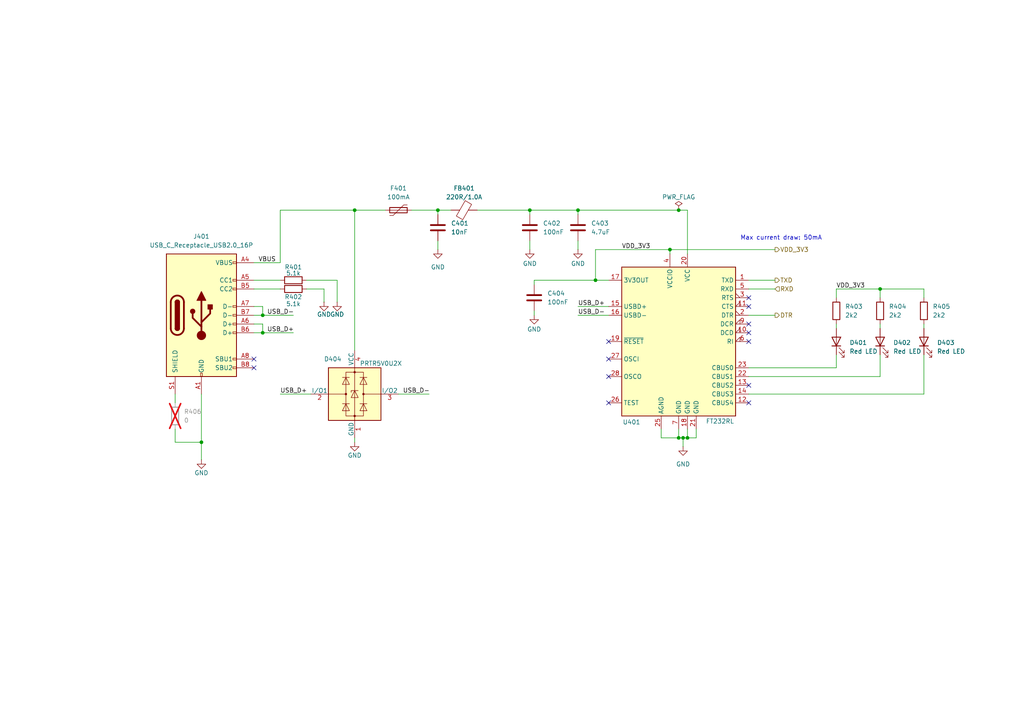
<source format=kicad_sch>
(kicad_sch (version 20231120) (generator "eeschema") (generator_version "8.0")
  (paper "A4")
  (title_block (title "FT232 UART Interface"))
  (lib_symbols
    (symbol "Connector:USB_C_Receptacle_USB2.0_16P" (pin_names (offset 1.016))
      (property "Reference" "J" (at 0 22.225 0))
      (property "Value" "USB_C_Receptacle_USB2.0_16P" (at 0 19.685 0))
      (symbol "USB_C_Receptacle_USB2.0_16P_0_0"
        (rectangle (start -0.254 -17.78) (end 0.254 -16.764))
        (rectangle (start 10.16 -14.986) (end 9.144 -15.494))
        (rectangle (start 10.16 -12.446) (end 9.144 -12.954))
        (rectangle (start 10.16 -4.826) (end 9.144 -5.334))
        (rectangle (start 10.16 -2.286) (end 9.144 -2.794))
        (rectangle (start 10.16 0.254) (end 9.144 -0.254))
        (rectangle (start 10.16 2.794) (end 9.144 2.286))
        (rectangle (start 10.16 7.874) (end 9.144 7.366))
        (rectangle (start 10.16 10.414) (end 9.144 9.906))
        (rectangle (start 10.16 15.494) (end 9.144 14.986))
      )
      (symbol "USB_C_Receptacle_USB2.0_16P_0_1"
        (rectangle (start -10.16 17.78) (end 10.16 -17.78) (stroke (width 0.254)) (fill (type background)))
        (arc (start -8.89 -3.81) (mid -6.985 -5.7067) (end -5.08 -3.81) (stroke (width 0.508)))
        (arc (start -7.62 -3.81) (mid -6.985 -4.4423) (end -6.35 -3.81) (stroke (width 0.254)))
        (arc (start -7.62 -3.81) (mid -6.985 -4.4423) (end -6.35 -3.81) (stroke (width 0.254)) (fill (type outline)))
        (rectangle (start -7.62 -3.81) (end -6.35 3.81) (stroke (width 0.254)) (fill (type outline)))
        (arc (start -6.35 3.81) (mid -6.985 4.4423) (end -7.62 3.81) (stroke (width 0.254)))
        (arc (start -6.35 3.81) (mid -6.985 4.4423) (end -7.62 3.81) (stroke (width 0.254)) (fill (type outline)))
        (arc (start -5.08 3.81) (mid -6.985 5.7067) (end -8.89 3.81) (stroke (width 0.508)))
        (circle (center -2.54 1.143) (radius 0.635) (stroke (width 0.254)) (fill (type outline)))
        (circle (center 0 -5.842) (radius 1.27) (fill (type outline)))
        (polyline (pts (xy -8.89 -3.81) (xy -8.89 3.81)) (stroke (width 0.508)))
        (polyline (pts (xy -5.08 3.81) (xy -5.08 -3.81)) (stroke (width 0.508)))
        (polyline (pts (xy 0 -5.842) (xy 0 4.318)) (stroke (width 0.508)))
        (polyline (pts (xy 0 -3.302) (xy -2.54 -0.762) (xy -2.54 0.508)) (stroke (width 0.508)))
        (polyline (pts (xy 0 -2.032) (xy 2.54 0.508) (xy 2.54 1.778)) (stroke (width 0.508)))
        (polyline (pts (xy -1.27 4.318) (xy 0 6.858) (xy 1.27 4.318) (xy -1.27 4.318)) (stroke (width 0.254)) (fill (type outline)))
        (rectangle (start 1.905 1.778) (end 3.175 3.048) (stroke (width 0.254)) (fill (type outline)))
      )
      (symbol "USB_C_Receptacle_USB2.0_16P_1_1"
        (pin passive line (at 0 -22.86 90) (length 5.08) (name "GND") (number "A1"))
        (pin passive line (at 0 -22.86 90) (length 5.08) hide (name "GND") (number "A12"))
        (pin passive line (at 15.24 15.24 180) (length 5.08) (name "VBUS") (number "A4"))
        (pin bidirectional line (at 15.24 10.16 180) (length 5.08) (name "CC1") (number "A5"))
        (pin bidirectional line (at 15.24 -2.54 180) (length 5.08) (name "D+") (number "A6"))
        (pin bidirectional line (at 15.24 2.54 180) (length 5.08) (name "D-") (number "A7"))
        (pin bidirectional line (at 15.24 -12.7 180) (length 5.08) (name "SBU1") (number "A8"))
        (pin passive line (at 15.24 15.24 180) (length 5.08) hide (name "VBUS") (number "A9"))
        (pin passive line (at 0 -22.86 90) (length 5.08) hide (name "GND") (number "B1"))
        (pin passive line (at 0 -22.86 90) (length 5.08) hide (name "GND") (number "B12"))
        (pin passive line (at 15.24 15.24 180) (length 5.08) hide (name "VBUS") (number "B4"))
        (pin bidirectional line (at 15.24 7.62 180) (length 5.08) (name "CC2") (number "B5"))
        (pin bidirectional line (at 15.24 -5.08 180) (length 5.08) (name "D+") (number "B6"))
        (pin bidirectional line (at 15.24 0 180) (length 5.08) (name "D-") (number "B7"))
        (pin bidirectional line (at 15.24 -15.24 180) (length 5.08) (name "SBU2") (number "B8"))
        (pin passive line (at 15.24 15.24 180) (length 5.08) hide (name "VBUS") (number "B9"))
        (pin passive line (at -7.62 -22.86 90) (length 5.08) (name "SHIELD") (number "S1"))
      )
    )
    (symbol "Device:C" (pin_numbers hide) (pin_names (offset 0.254))
      (property "Reference" "C" (at 0.635 2.54 0))
      (property "Value" "C" (at 0.635 -2.54 0))
      (symbol "C_0_1"
        (polyline (pts (xy -2.032 -0.762) (xy 2.032 -0.762)) (stroke (width 0.508)))
        (polyline (pts (xy -2.032 0.762) (xy 2.032 0.762)) (stroke (width 0.508)))
      )
      (symbol "C_1_1"
        (pin passive line (at 0 3.81 270) (length 2.794) (name "~") (number "1"))
        (pin passive line (at 0 -3.81 90) (length 2.794) (name "~") (number "2"))
      )
    )
    (symbol "Device:FerriteBead" (pin_numbers hide) (pin_names (offset 0))
      (property "Reference" "FB" (at -3.81 0.635 90))
      (property "Value" "FerriteBead" (at 3.81 0 90))
      (symbol "FerriteBead_0_1"
        (polyline (pts (xy 0 -1.27) (xy 0 -1.2192)))
        (polyline (pts (xy 0 1.27) (xy 0 1.2954)))
        (polyline (pts (xy -2.7686 0.4064) (xy -1.7018 2.2606) (xy 2.7686 -0.3048) (xy 1.6764 -2.159) (xy -2.7686 0.4064)))
      )
      (symbol "FerriteBead_1_1"
        (pin passive line (at 0 3.81 270) (length 2.54) (name "~") (number "1"))
        (pin passive line (at 0 -3.81 90) (length 2.54) (name "~") (number "2"))
      )
    )
    (symbol "Device:LED" (pin_numbers hide) (pin_names (offset 1.016) hide)
      (property "Reference" "D" (at 0 2.54 0))
      (property "Value" "LED" (at 0 -2.54 0))
      (symbol "LED_0_1"
        (polyline (pts (xy -1.27 -1.27) (xy -1.27 1.27)) (stroke (width 0.254)))
        (polyline (pts (xy -1.27 0) (xy 1.27 0)))
        (polyline (pts (xy 1.27 -1.27) (xy 1.27 1.27) (xy -1.27 0) (xy 1.27 -1.27)) (stroke (width 0.254)))
        (polyline (pts (xy -3.048 -0.762) (xy -4.572 -2.286) (xy -3.81 -2.286) (xy -4.572 -2.286) (xy -4.572 -1.524)))
        (polyline (pts (xy -1.778 -0.762) (xy -3.302 -2.286) (xy -2.54 -2.286) (xy -3.302 -2.286) (xy -3.302 -1.524)))
      )
      (symbol "LED_1_1"
        (pin passive line (at -3.81 0 0) (length 2.54) (name "K") (number "1"))
        (pin passive line (at 3.81 0 180) (length 2.54) (name "A") (number "2"))
      )
    )
    (symbol "Device:Polyfuse" (pin_numbers hide) (pin_names (offset 0))
      (property "Reference" "F" (at -2.54 0 90))
      (property "Value" "Polyfuse" (at 2.54 0 90))
      (symbol "Polyfuse_0_1"
        (rectangle (start -0.762 2.54) (end 0.762 -2.54) (stroke (width 0.254)))
        (polyline (pts (xy 0 2.54) (xy 0 -2.54)))
        (polyline (pts (xy -1.524 2.54) (xy -1.524 1.524) (xy 1.524 -1.524) (xy 1.524 -2.54)))
      )
      (symbol "Polyfuse_1_1"
        (pin passive line (at 0 3.81 270) (length 1.27) (name "~") (number "1"))
        (pin passive line (at 0 -3.81 90) (length 1.27) (name "~") (number "2"))
      )
    )
    (symbol "Device:R" (pin_numbers hide) (pin_names (offset 0))
      (property "Reference" "R" (at 2.032 0 90))
      (property "Value" "R" (at 0 0 90))
      (symbol "R_0_1"
        (rectangle (start -1.016 -2.54) (end 1.016 2.54) (stroke (width 0.254)))
      )
      (symbol "R_1_1"
        (pin passive line (at 0 3.81 270) (length 1.27) (name "~") (number "1"))
        (pin passive line (at 0 -3.81 90) (length 1.27) (name "~") (number "2"))
      )
    )
    (symbol "Interface_USB:FT232RL"
      (property "Reference" "U" (at -16.51 22.86 0))
      (property "Value" "FT232RL" (at 10.16 22.86 0))
      (symbol "FT232RL_0_1"
        (rectangle (start -16.51 21.59) (end 16.51 -21.59) (stroke (width 0.254)) (fill (type background)))
      )
      (symbol "FT232RL_1_1"
        (pin output line (at 20.32 17.78 180) (length 3.81) (name "TXD") (number "1"))
        (pin input input_low (at 20.32 2.54 180) (length 3.81) (name "DCD") (number "10"))
        (pin input input_low (at 20.32 10.16 180) (length 3.81) (name "CTS") (number "11"))
        (pin bidirectional line (at 20.32 -17.78 180) (length 3.81) (name "CBUS4") (number "12"))
        (pin bidirectional line (at 20.32 -12.7 180) (length 3.81) (name "CBUS2") (number "13"))
        (pin bidirectional line (at 20.32 -15.24 180) (length 3.81) (name "CBUS3") (number "14"))
        (pin bidirectional line (at -20.32 10.16 0) (length 3.81) (name "USBD+") (number "15"))
        (pin bidirectional line (at -20.32 7.62 0) (length 3.81) (name "USBD-") (number "16"))
        (pin power_out line (at -20.32 17.78 0) (length 3.81) (name "3V3OUT") (number "17"))
        (pin power_in line (at 2.54 -25.4 90) (length 3.81) (name "GND") (number "18"))
        (pin input line (at -20.32 0 0) (length 3.81) (name "~{RESET}") (number "19"))
        (pin output output_low (at 20.32 7.62 180) (length 3.81) (name "DTR") (number "2"))
        (pin power_in line (at 2.54 25.4 270) (length 3.81) (name "VCC") (number "20"))
        (pin power_in line (at 5.08 -25.4 90) (length 3.81) (name "GND") (number "21"))
        (pin bidirectional line (at 20.32 -10.16 180) (length 3.81) (name "CBUS1") (number "22"))
        (pin bidirectional line (at 20.32 -7.62 180) (length 3.81) (name "CBUS0") (number "23"))
        (pin power_in line (at -5.08 -25.4 90) (length 3.81) (name "AGND") (number "25"))
        (pin input line (at -20.32 -17.78 0) (length 3.81) (name "TEST") (number "26"))
        (pin input line (at -20.32 -5.08 0) (length 3.81) (name "OSCI") (number "27"))
        (pin output line (at -20.32 -10.16 0) (length 3.81) (name "OSCO") (number "28"))
        (pin output output_low (at 20.32 12.7 180) (length 3.81) (name "RTS") (number "3"))
        (pin power_in line (at -2.54 25.4 270) (length 3.81) (name "VCCIO") (number "4"))
        (pin input line (at 20.32 15.24 180) (length 3.81) (name "RXD") (number "5"))
        (pin input input_low (at 20.32 0 180) (length 3.81) (name "RI") (number "6"))
        (pin power_in line (at 0 -25.4 90) (length 3.81) (name "GND") (number "7"))
        (pin input input_low (at 20.32 5.08 180) (length 3.81) (name "DCR") (number "9"))
      )
    )
    (symbol "Power_Protection:PRTR5V0U2X" (pin_names (offset 0))
      (property "Reference" "D" (at 2.794 8.636 0))
      (property "Value" "PRTR5V0U2X" (at 8.128 -9.398 0))
      (symbol "PRTR5V0U2X_0_1"
        (rectangle (start -7.62 -7.62) (end 7.62 7.62) (stroke (width 0.254)) (fill (type background)))
        (circle (center -2.54 0) (radius 0.254) (fill (type outline)))
        (rectangle (start -2.54 6.35) (end 2.54 -6.35))
        (circle (center 0 -6.35) (radius 0.254) (fill (type outline)))
        (polyline (pts (xy -2.54 0) (xy -7.62 0)))
        (polyline (pts (xy -1.524 -2.794) (xy -3.556 -2.794)))
        (polyline (pts (xy -1.524 4.826) (xy -3.556 4.826)))
        (polyline (pts (xy 0 -7.62) (xy 0 7.62)))
        (polyline (pts (xy 1.524 -2.794) (xy 3.556 -2.794)))
        (polyline (pts (xy 1.524 4.826) (xy 3.556 4.826)))
        (polyline (pts (xy 2.54 0) (xy 7.62 0)))
        (polyline (pts (xy 1.016 1.016) (xy -1.016 1.016) (xy -1.016 0.508)))
        (polyline (pts (xy -3.556 -4.826) (xy -1.524 -4.826) (xy -2.54 -2.794) (xy -3.556 -4.826)))
        (polyline (pts (xy -3.556 2.794) (xy -1.524 2.794) (xy -2.54 4.826) (xy -3.556 2.794)))
        (polyline (pts (xy -1.016 -1.016) (xy 1.016 -1.016) (xy 0 1.016) (xy -1.016 -1.016)))
        (polyline (pts (xy 3.556 -4.826) (xy 1.524 -4.826) (xy 2.54 -2.794) (xy 3.556 -4.826)))
        (polyline (pts (xy 3.556 2.794) (xy 1.524 2.794) (xy 2.54 4.826) (xy 3.556 2.794)))
        (circle (center 0 6.35) (radius 0.254) (fill (type outline)))
        (circle (center 2.54 0) (radius 0.254) (fill (type outline)))
      )
      (symbol "PRTR5V0U2X_1_1"
        (pin passive line (at 0 -12.7 90) (length 5.08) (name "GND") (number "1"))
        (pin passive line (at -12.7 0 0) (length 5.08) (name "I/O1") (number "2"))
        (pin passive line (at 12.7 0 180) (length 5.08) (name "I/O2") (number "3"))
        (pin passive line (at 0 12.7 270) (length 5.08) (name "VCC") (number "4"))
      )
    )
    (symbol "power:GND" (power) (pin_numbers hide) (pin_names (offset 0) hide)
      (property "Value" "GND" (at 0 -3.81 0))
      (symbol "GND_0_1"
        (polyline (pts (xy 0 0) (xy 0 -1.27) (xy 1.27 -1.27) (xy 0 -2.54) (xy -1.27 -1.27) (xy 0 -1.27)))
      )
      (symbol "GND_1_1"
        (pin power_in line (at 0 0 270) (length 0) (name "~") (number "1"))
      )
    )
    (symbol "power:PWR_FLAG" (power) (pin_numbers hide) (pin_names (offset 0) hide)
      (property "Value" "PWR_FLAG" (at 0 3.81 0))
      (symbol "PWR_FLAG_0_0"
        (pin power_out line (at 0 0 90) (length 0) (name "~") (number "1"))
      )
      (symbol "PWR_FLAG_0_1"
        (polyline (pts (xy 0 0) (xy 0 1.27) (xy -1.016 1.905) (xy 0 2.54) (xy 1.016 1.905) (xy 0 1.27)))
      )
    )
  )
  (junction (at 76.2 91.44))
  (junction (at 102.87 60.96))
  (junction (at 153.67 60.96))
  (junction (at 172.72 81.28))
  (junction (at 58.42 128.27))
  (junction (at 198.12 127))
  (junction (at 255.27 83.82))
  (junction (at 199.39 127))
  (junction (at 196.85 60.96))
  (junction (at 196.85 127))
  (junction (at 167.64 60.96))
  (junction (at 194.31 72.39))
  (junction (at 76.2 96.52))
  (junction (at 127 60.96))
  (no_connect (at 176.53 99.06))
  (no_connect (at 217.17 111.76))
  (no_connect (at 73.66 104.14))
  (no_connect (at 73.66 106.68))
  (no_connect (at 176.53 104.14))
  (no_connect (at 217.17 116.84))
  (no_connect (at 176.53 116.84))
  (no_connect (at 217.17 86.36))
  (no_connect (at 217.17 88.9))
  (no_connect (at 217.17 96.52))
  (no_connect (at 217.17 99.06))
  (no_connect (at 176.53 109.22))
  (no_connect (at 217.17 93.98))
  (wire (pts (xy 76.2 91.44) (xy 73.66 91.44)))
  (wire (pts (xy 154.94 90.17) (xy 154.94 91.44)))
  (wire (pts (xy 76.2 96.52) (xy 85.09 96.52)))
  (wire (pts (xy 76.2 88.9) (xy 76.2 91.44)))
  (wire (pts (xy 153.67 60.96) (xy 167.64 60.96)))
  (wire (pts (xy 81.28 60.96) (xy 102.87 60.96)))
  (wire (pts (xy 217.17 106.68) (xy 242.57 106.68)))
  (wire (pts (xy 50.8 114.3) (xy 50.8 116.84)))
  (wire (pts (xy 199.39 60.96) (xy 199.39 73.66)))
  (wire (pts (xy 81.28 114.3) (xy 90.17 114.3)))
  (wire (pts (xy 217.17 81.28) (xy 224.79 81.28)))
  (wire (pts (xy 50.8 128.27) (xy 58.42 128.27)))
  (wire (pts (xy 50.8 124.46) (xy 50.8 128.27)))
  (wire (pts (xy 201.93 127) (xy 199.39 127)))
  (wire (pts (xy 255.27 109.22) (xy 255.27 102.87)))
  (wire (pts (xy 242.57 86.36) (xy 242.57 83.82)))
  (wire (pts (xy 172.72 81.28) (xy 176.53 81.28)))
  (wire (pts (xy 73.66 81.28) (xy 81.28 81.28)))
  (wire (pts (xy 127 60.96) (xy 130.81 60.96)))
  (wire (pts (xy 73.66 88.9) (xy 76.2 88.9)))
  (wire (pts (xy 194.31 72.39) (xy 224.79 72.39)))
  (wire (pts (xy 127 60.96) (xy 127 62.23)))
  (wire (pts (xy 201.93 124.46) (xy 201.93 127)))
  (wire (pts (xy 154.94 82.55) (xy 154.94 81.28)))
  (wire (pts (xy 217.17 109.22) (xy 255.27 109.22)))
  (wire (pts (xy 88.9 83.82) (xy 93.98 83.82)))
  (wire (pts (xy 172.72 72.39) (xy 172.72 81.28)))
  (wire (pts (xy 58.42 128.27) (xy 58.42 133.35)))
  (wire (pts (xy 196.85 124.46) (xy 196.85 127)))
  (wire (pts (xy 127 69.85) (xy 127 72.39)))
  (wire (pts (xy 81.28 76.2) (xy 81.28 60.96)))
  (wire (pts (xy 167.64 60.96) (xy 196.85 60.96)))
  (wire (pts (xy 88.9 81.28) (xy 97.79 81.28)))
  (wire (pts (xy 119.38 60.96) (xy 127 60.96)))
  (wire (pts (xy 217.17 114.3) (xy 267.97 114.3)))
  (wire (pts (xy 196.85 127) (xy 198.12 127)))
  (wire (pts (xy 153.67 69.85) (xy 153.67 72.39)))
  (wire (pts (xy 217.17 91.44) (xy 224.79 91.44)))
  (wire (pts (xy 242.57 106.68) (xy 242.57 102.87)))
  (wire (pts (xy 267.97 114.3) (xy 267.97 102.87)))
  (wire (pts (xy 196.85 60.96) (xy 199.39 60.96)))
  (wire (pts (xy 191.77 124.46) (xy 191.77 127)))
  (wire (pts (xy 191.77 127) (xy 196.85 127)))
  (wire (pts (xy 199.39 124.46) (xy 199.39 127)))
  (wire (pts (xy 199.39 127) (xy 198.12 127)))
  (wire (pts (xy 167.64 88.9) (xy 176.53 88.9)))
  (wire (pts (xy 217.17 83.82) (xy 224.79 83.82)))
  (wire (pts (xy 73.66 93.98) (xy 76.2 93.98)))
  (wire (pts (xy 102.87 60.96) (xy 102.87 101.6)))
  (wire (pts (xy 167.64 91.44) (xy 176.53 91.44)))
  (wire (pts (xy 267.97 93.98) (xy 267.97 95.25)))
  (wire (pts (xy 102.87 60.96) (xy 111.76 60.96)))
  (wire (pts (xy 154.94 81.28) (xy 172.72 81.28)))
  (wire (pts (xy 172.72 72.39) (xy 194.31 72.39)))
  (wire (pts (xy 97.79 81.28) (xy 97.79 87.63)))
  (wire (pts (xy 255.27 83.82) (xy 267.97 83.82)))
  (wire (pts (xy 167.64 69.85) (xy 167.64 72.39)))
  (wire (pts (xy 76.2 93.98) (xy 76.2 96.52)))
  (wire (pts (xy 267.97 83.82) (xy 267.97 86.36)))
  (wire (pts (xy 167.64 60.96) (xy 167.64 62.23)))
  (wire (pts (xy 138.43 60.96) (xy 153.67 60.96)))
  (wire (pts (xy 76.2 91.44) (xy 85.09 91.44)))
  (wire (pts (xy 198.12 127) (xy 198.12 129.54)))
  (wire (pts (xy 242.57 83.82) (xy 255.27 83.82)))
  (wire (pts (xy 242.57 93.98) (xy 242.57 95.25)))
  (wire (pts (xy 255.27 93.98) (xy 255.27 95.25)))
  (wire (pts (xy 93.98 83.82) (xy 93.98 87.63)))
  (wire (pts (xy 73.66 76.2) (xy 81.28 76.2)))
  (wire (pts (xy 73.66 83.82) (xy 81.28 83.82)))
  (wire (pts (xy 255.27 83.82) (xy 255.27 86.36)))
  (wire (pts (xy 102.87 127) (xy 102.87 128.27)))
  (wire (pts (xy 58.42 114.3) (xy 58.42 128.27)))
  (wire (pts (xy 115.57 114.3) (xy 124.46 114.3)))
  (wire (pts (xy 194.31 72.39) (xy 194.31 73.66)))
  (wire (pts (xy 153.67 60.96) (xy 153.67 62.23)))
  (wire (pts (xy 76.2 96.52) (xy 73.66 96.52)))
  (text "Max current draw: 50 mA" (at 226.568 69.088 0) (effects (font (size 1.27 1.27))))
  (label "VDD_3V3" (at 180.34 72.39 0))
  (label "USB_D+" (at 167.64 88.9 0))
  (label "USB_D-" (at 116.84 114.3 0))
  (label "USB_D-" (at 77.47 91.44 0))
  (label "USB_D+" (at 81.28 114.3 0))
  (label "USB_D-" (at 167.64 91.44 0))
  (label "VBUS" (at 74.93 76.2 0))
  (label "VDD_3V3" (at 242.57 83.82 0))
  (label "USB_D+" (at 77.47 96.52 0))
  (hierarchical_label "DTR" (shape output) (at 224.79 91.44 0))
  (hierarchical_label "TXD" (shape output) (at 224.79 81.28 0))
  (hierarchical_label "RXD" (shape input) (at 224.79 83.82 0))
  (hierarchical_label "VDD_3V3" (shape output) (at 224.79 72.39 0))
  (symbol (lib_id "Connector:USB_C_Receptacle_USB2.0_16P") (at 58.42 91.44 0) (unit 1)
    (property "Reference" "J401" (at 58.42 68.58 0))
    (property "Value" "USB_C_Receptacle_USB2.0_16P" (at 58.42 71.12 0))
    (property "Footprint" "Connector_USB:USB_C_Receptacle_GCT_USB4105-xx-A_16P_TopMnt_Horizontal" (effects (hide yes)))
    (property "Datasheet" "https://www.usb.org/sites/default/files/documents/usb_type-c.zip" (effects (hide yes)))
    (property "Description" "USB 2.0-only 16P Type-C Receptacle connector" (effects (hide yes)))
    (property "Comment" "To find suitable parts at JLCPCB, search for \"USB Horizontal attachment 16P Female\"" (effects (hide yes)))
    (property "LCSC" "C393939" (effects (hide yes)))
    (property "MPN" "TYPE-C16PIN" (effects (hide yes)))
    (property "Manufacturer" "SHOU HAN" (effects (hide yes)))
  )
  (symbol (lib_id "power:GND") (at 97.79 87.63 0) (unit 1)
    (property "Reference" "#PWR0407" (effects (hide yes)))
    (property "Value" "GND" (at 97.79 91.186 0))
    (property "Description" "Power symbol creates a global label with name \"GND\" , ground" (effects (hide yes)))
  )
  (symbol (lib_id "Device:C") (at 127 66.04 0) (unit 1)
    (property "Reference" "C401" (at 130.81 64.7699 0) (effects (justify left)))
    (property "Value" "10nF" (at 130.81 67.3099 0) (effects (justify left)))
    (property "Footprint" "Capacitor_SMD:C_0805_2012Metric" (effects (hide yes)))
    (property "Datasheet" "https://wmsc.lcsc.com/wmsc/upload/file/pdf/v2/lcsc/2304140030_Samsung-Electro-Mechanics-CL21B103KBANNNC_C1710.pdf" (effects (hide yes)))
    (property "Description" "50V 10nF X7R ±10% 0805 MLCC" (effects (hide yes)))
    (property "LCSC" "C1710" (effects (hide yes)))
    (property "Manufacturer" "Samsung Electro-Mechanics" (effects (hide yes)))
    (property "Part Number" "GRM033R71E103KE14D" (effects (hide yes)))
    (property "Comment" "JLCPCB basic part" (effects (hide yes)))
    (property "MPN" "CL21B103KBANNNC" (effects (hide yes)))
  )
  (symbol (lib_id "Device:LED") (at 242.57 99.06 90) (unit 1)
    (property "Reference" "D401" (at 246.38 99.3774 90) (effects (justify right)))
    (property "Value" "Red LED" (at 246.38 101.9174 90) (effects (justify right)))
    (property "Footprint" "LED_SMD:LED_0805_2012Metric" (effects (hide yes)))
    (property "Datasheet" "https://datasheet.lcsc.com/lcsc/2008201032_Foshan-NationStar-Optoelectronics-NCD0805R1_C84256.pdf" (effects (hide yes)))
    (property "Description" "25mA Colorless transparent lens 67mcd~195mcd -30℃~+85℃ 615nm~630nm Individual diode Red 130° 65mW 1.6V~2.6V 0805 LED Indication - Discrete ROHS" (effects (hide yes)))
    (property "Comment" "FTDI UART TX LED; JLCPCB basic part" (effects (hide yes)))
    (property "LCSC" "C84256" (effects (hide yes)))
    (property "Manufacturer" "Foshan NationStar Optoelectronics" (effects (hide yes)))
    (property "Part Number" "NCD0805R1" (effects (hide yes)))
    (property "MPN" "NCD0805R1" (effects (hide yes)))
  )
  (symbol (lib_id "Interface_USB:FT232RL") (at 196.85 99.06 0) (unit 1)
    (property "Reference" "U401" (at 180.594 122.428 0) (effects (justify left)))
    (property "Value" "FT232RL" (at 204.724 122.174 0) (effects (justify left)))
    (property "Footprint" "Package_SO:SSOP-28_5.3x10.2mm_P0.65mm" (effects (hide yes)))
    (property "Datasheet" "https://www.ftdichip.com/Support/Documents/DataSheets/ICs/DS_FT232R.pdf" (effects (hide yes)))
    (property "Description" "USB to Serial Interface, SSOP-28" (effects (hide yes)))
    (property "LCSC" "C8690" (effects (hide yes)))
    (property "MPN" "FT232RL-REEL" (effects (hide yes)))
    (property "Manufacturer" "FTDI" (effects (hide yes)))
  )
  (symbol (lib_id "Device:LED") (at 255.27 99.06 90) (unit 1)
    (property "Reference" "D402" (at 259.08 99.3774 90) (effects (justify right)))
    (property "Value" "Red LED" (at 259.08 101.9174 90) (effects (justify right)))
    (property "Footprint" "LED_SMD:LED_0805_2012Metric" (effects (hide yes)))
    (property "Datasheet" "https://datasheet.lcsc.com/lcsc/2008201032_Foshan-NationStar-Optoelectronics-NCD0805R1_C84256.pdf" (effects (hide yes)))
    (property "Description" "25mA Colorless transparent lens 67mcd~195mcd -30℃~+85℃ 615nm~630nm Individual diode Red 130° 65mW 1.6V~2.6V 0805 LED Indication - Discrete ROHS" (effects (hide yes)))
    (property "Comment" "FTDI UART RX LED; JLCPCB basic part" (effects (hide yes)))
    (property "LCSC" "C84256" (effects (hide yes)))
    (property "Manufacturer" "Foshan NationStar Optoelectronics" (effects (hide yes)))
    (property "Part Number" "NCD0805R1" (effects (hide yes)))
    (property "MPN" "NCD0805R1" (effects (hide yes)))
  )
  (symbol (lib_id "power:GND") (at 198.12 129.54 0) (unit 1)
    (property "Reference" "#PWR0410" (effects (hide yes)))
    (property "Value" "GND" (at 198.12 134.62 0))
    (property "Description" "Power symbol creates a global label with name \"GND\" , ground" (effects (hide yes)))
  )
  (symbol (lib_id "power:GND") (at 167.64 72.39 0) (unit 1)
    (property "Reference" "#PWR0404" (effects (hide yes)))
    (property "Value" "GND" (at 167.64 76.454 0))
    (property "Description" "Power symbol creates a global label with name \"GND\" , ground" (effects (hide yes)))
  )
  (symbol (lib_id "Device:C") (at 154.94 86.36 0) (unit 1)
    (property "Reference" "C404" (at 158.75 85.0899 0) (effects (justify left)))
    (property "Value" "100nF" (at 158.75 87.6299 0) (effects (justify left)))
    (property "Footprint" "Capacitor_SMD:C_0201_0603Metric" (effects (hide yes)))
    (property "Datasheet" "https://wmsc.lcsc.com/wmsc/upload/file/pdf/v2/lcsc/1811081532_Murata-Electronics-GRM033R61E104KE14D_C76939.pdf" (effects (hide yes)))
    (property "Description" "25V 100nF X5R ±10% 0201" (effects (hide yes)))
    (property "LCSC" "C76939" (effects (hide yes)))
    (property "Manufacturer" "Murata Electronics" (effects (hide yes)))
    (property "Part Number" "GRM033R61E104KE14D" (effects (hide yes)))
    (property "MPN" "GRM033R61E104KE14D" (effects (hide yes)))
  )
  (symbol (lib_id "Power_Protection:PRTR5V0U2X") (at 102.87 114.3 0) (unit 1)
    (property "Reference" "D404" (at 96.52 104.14 0))
    (property "Value" "PRTR5V0U2X" (at 110.49 105.41 0))
    (property "Footprint" "Package_TO_SOT_SMD:SOT-143" (effects (hide yes)))
    (property "Datasheet" "https://wmsc.lcsc.com/wmsc/upload/file/pdf/v2/lcsc/2108132230_TECH-PUBLIC-PRTR5V0U2X_C2827688.pdf" (effects (hide yes)))
    (property "Description" "SOT-143-4 ESD and Surge Protection (TVS/ESD) ROHS" (effects (hide yes)))
    (property "LCSC" "C2827688" (effects (hide yes)))
    (property "Manufacturer" "TECH PUBLIC" (effects (hide yes)))
    (property "Part Number" "PRTR5V0U2X" (effects (hide yes)))
    (property "MPN" "PRTR5V0U2X" (effects (hide yes)))
  )
  (symbol (lib_id "power:PWR_FLAG") (at 196.85 60.96 0) (unit 1)
    (property "Reference" "#FLG0401" (effects (hide yes)))
    (property "Value" "PWR_FLAG" (at 196.85 57.15 0))
    (property "Description" "Special symbol for telling ERC where power comes from" (effects (hide yes)))
  )
  (symbol (lib_id "power:GND") (at 58.42 133.35 0) (unit 1)
    (property "Reference" "#PWR0411" (effects (hide yes)))
    (property "Value" "GND" (at 58.42 137.16 0))
    (property "Description" "Power symbol creates a global label with name \"GND\" , ground" (effects (hide yes)))
  )
  (symbol (lib_id "power:GND") (at 127 72.39 0) (unit 1)
    (property "Reference" "#PWR0402" (effects (hide yes)))
    (property "Value" "GND" (at 127 77.47 0))
    (property "Description" "Power symbol creates a global label with name \"GND\" , ground" (effects (hide yes)))
  )
  (symbol (lib_id "Device:Polyfuse") (at 115.57 60.96 90) (unit 1)
    (property "Reference" "F401" (at 115.57 54.61 90))
    (property "Value" "100mA" (at 115.57 57.15 90))
    (property "Footprint" "Fuse:Fuse_0603_1608Metric" (effects (hide yes)))
    (property "Datasheet" "https://datasheet.lcsc.com/lcsc/1809211423_TECHFUSE-SMD0603-010_C70047.pdf" (effects (hide yes)))
    (property "Description" "15V 100mA 40A 300mA 0603" (effects (hide yes)))
    (property "LCSC" "C70047" (effects (hide yes)))
    (property "Manufacturer" "TECHFUSE" (effects (hide yes)))
    (property "Part Number" "SMD0603-010" (effects (hide yes)))
    (property "Comment" "100mA is max we are allowed to draw without negatiation; host side should also have a fuse (at higher current)." (effects (hide yes)))
  )
  (symbol (lib_id "Device:R") (at 50.8 120.65 0) (unit 1) (dnp yes)
    (property "Reference" "R406" (at 53.34 119.3799 0) (effects (justify left)))
    (property "Value" "0" (at 53.34 121.9199 0) (effects (justify left)))
    (property "Footprint" "Resistor_SMD:R_0805_2012Metric" (effects (hide yes)))
    (property "Datasheet" "https://wmsc.lcsc.com/wmsc/upload/file/pdf/v2/lcsc/2206010216_UNI-ROYAL-Uniroyal-Elec-0805W8F0000T5E_C17477.pdf" (effects (hide yes)))
    (property "Description" "25mW Thick Film Resistors 150V ±800ppm/℃ ±1% 0Ω 0805" (effects (hide yes)))
    (property "Comment" "JLCPCB basic part" (effects (hide yes)))
    (property "LCSC" "C17477" (effects (hide yes)))
    (property "MPN" "0805W8F0000T5E" (effects (hide yes)))
    (property "Manufacturer" "Uniroyal Elec" (effects (hide yes)))
  )
  (symbol (lib_id "Device:C") (at 153.67 66.04 0) (unit 1)
    (property "Reference" "C402" (at 157.48 64.7699 0) (effects (justify left)))
    (property "Value" "100nF" (at 157.48 67.3099 0) (effects (justify left)))
    (property "Footprint" "Capacitor_SMD:C_0201_0603Metric" (effects (hide yes)))
    (property "Datasheet" "https://wmsc.lcsc.com/wmsc/upload/file/pdf/v2/lcsc/1811081532_Murata-Electronics-GRM033R61E104KE14D_C76939.pdf" (effects (hide yes)))
    (property "Description" "25V 100nF X5R ±10% 0201" (effects (hide yes)))
    (property "LCSC" "C76939" (effects (hide yes)))
    (property "Manufacturer" "Murata Electronics" (effects (hide yes)))
    (property "Part Number" "GRM033R61E104KE14D" (effects (hide yes)))
    (property "MPN" "GRM033R61E104KE14D" (effects (hide yes)))
  )
  (symbol (lib_id "Device:R") (at 85.09 83.82 90) (unit 1)
    (property "Reference" "R402" (at 85.09 86.106 90))
    (property "Value" "5.1k" (at 85.09 88.138 90))
    (property "Footprint" "Resistor_SMD:R_0402_1005Metric" (effects (hide yes)))
    (property "Datasheet" "https://wmsc.lcsc.com/wmsc/upload/file/pdf/v2/lcsc/2206010045_UNI-ROYAL-Uniroyal-Elec-0402WGF5101TCE_C25905.pdf" (effects (hide yes)))
    (property "Description" "62.5mW Thick Film Resistors 50V ±100ppm/℃ ±1% 5.1kΩ 0402" (effects (hide yes)))
    (property "LCSC" "C25905" (effects (hide yes)))
    (property "MPN" "0402WGF5101TCE" (effects (hide yes)))
    (property "Manufacturer" "Uniroyal Elec" (effects (hide yes)))
    (property "Comment" "JLCPCB basic part" (effects (hide yes)))
  )
  (symbol (lib_id "Device:R") (at 85.09 81.28 270) (unit 1)
    (property "Reference" "R401" (at 85.09 77.47 90))
    (property "Value" "5.1k" (at 85.09 79.248 90))
    (property "Footprint" "Resistor_SMD:R_0402_1005Metric" (effects (hide yes)))
    (property "Datasheet" "https://wmsc.lcsc.com/wmsc/upload/file/pdf/v2/lcsc/2206010045_UNI-ROYAL-Uniroyal-Elec-0402WGF5101TCE_C25905.pdf" (effects (hide yes)))
    (property "Description" "62.5mW Thick Film Resistors 50V ±100ppm/℃ ±1% 5.1kΩ 0402" (effects (hide yes)))
    (property "LCSC" "C25905" (effects (hide yes)))
    (property "MPN" "0402WGF5101TCE" (effects (hide yes)))
    (property "Manufacturer" "Uniroyal Elec" (effects (hide yes)))
    (property "Comment" "JLCPCB basic part" (effects (hide yes)))
  )
  (symbol (lib_id "Device:LED") (at 267.97 99.06 90) (unit 1)
    (property "Reference" "D403" (at 271.78 99.3774 90) (effects (justify right)))
    (property "Value" "Red LED" (at 271.78 101.9174 90) (effects (justify right)))
    (property "Footprint" "LED_SMD:LED_0805_2012Metric" (effects (hide yes)))
    (property "Datasheet" "https://datasheet.lcsc.com/lcsc/2008201032_Foshan-NationStar-Optoelectronics-NCD0805R1_C84256.pdf" (effects (hide yes)))
    (property "Description" "25mA Colorless transparent lens 67mcd~195mcd -30℃~+85℃ 615nm~630nm Individual diode Red 130° 65mW 1.6V~2.6V 0805 LED Indication - Discrete ROHS" (effects (hide yes)))
    (property "Comment" "FTDI PWREN LED; JLCPCB basic part" (effects (hide yes)))
    (property "LCSC" "C84256" (effects (hide yes)))
    (property "Manufacturer" "Foshan NationStar Optoelectronics" (effects (hide yes)))
    (property "Part Number" "NCD0805R1" (effects (hide yes)))
    (property "MPN" "NCD0805R1" (effects (hide yes)))
  )
  (symbol (lib_id "power:GND") (at 154.94 91.44 0) (unit 1)
    (property "Reference" "#PWR0408" (effects (hide yes)))
    (property "Value" "GND" (at 154.94 95.504 0))
    (property "Description" "Power symbol creates a global label with name \"GND\" , ground" (effects (hide yes)))
  )
  (symbol (lib_id "power:GND") (at 93.98 87.63 0) (unit 1)
    (property "Reference" "#PWR0406" (effects (hide yes)))
    (property "Value" "GND" (at 93.98 91.186 0))
    (property "Description" "Power symbol creates a global label with name \"GND\" , ground" (effects (hide yes)))
  )
  (symbol (lib_id "Device:R") (at 267.97 90.17 0) (unit 1)
    (property "Reference" "R405" (at 270.51 88.8999 0) (effects (justify left)))
    (property "Value" "2k2" (at 270.51 91.4399 0) (effects (justify left)))
    (property "Footprint" "Resistor_SMD:R_0402_1005Metric" (effects (hide yes)))
    (property "Datasheet" "https://datasheet.lcsc.com/lcsc/2206010045_UNI-ROYAL-Uniroyal-Elec-0402WGF2201TCE_C25879.pdf" (effects (hide yes)))
    (property "Description" "62.5mW Thick Film Resistors 50V ±100ppm/℃ ±1% -55℃~+155℃ 2.2kΩ 0402 Chip Resistor" (effects (hide yes)))
    (property "Comment" "JLCPCB basic part" (effects (hide yes)))
    (property "LCSC" "C25879" (effects (hide yes)))
    (property "Manufacturer" "Uniroyal Elec" (effects (hide yes)))
    (property "Part Number" "0402WGF2201TCE" (effects (hide yes)))
    (property "MPN" "0402WGF2201TCE" (effects (hide yes)))
  )
  (symbol (lib_id "Device:R") (at 242.57 90.17 0) (unit 1)
    (property "Reference" "R403" (at 245.11 88.8999 0) (effects (justify left)))
    (property "Value" "2k2" (at 245.11 91.4399 0) (effects (justify left)))
    (property "Footprint" "Resistor_SMD:R_0402_1005Metric" (effects (hide yes)))
    (property "Datasheet" "https://datasheet.lcsc.com/lcsc/2206010045_UNI-ROYAL-Uniroyal-Elec-0402WGF2201TCE_C25879.pdf" (effects (hide yes)))
    (property "Description" "62.5mW Thick Film Resistors 50V ±100ppm/℃ ±1% -55℃~+155℃ 2.2kΩ 0402 Chip Resistor" (effects (hide yes)))
    (property "Comment" "JLCPCB basic part" (effects (hide yes)))
    (property "LCSC" "C25879" (effects (hide yes)))
    (property "Manufacturer" "Uniroyal Elec" (effects (hide yes)))
    (property "Part Number" "0402WGF2201TCE" (effects (hide yes)))
    (property "MPN" "0402WGF2201TCE" (effects (hide yes)))
  )
  (symbol (lib_id "Device:R") (at 255.27 90.17 0) (unit 1)
    (property "Reference" "R404" (at 257.81 88.8999 0) (effects (justify left)))
    (property "Value" "2k2" (at 257.81 91.4399 0) (effects (justify left)))
    (property "Footprint" "Resistor_SMD:R_0402_1005Metric" (effects (hide yes)))
    (property "Datasheet" "https://datasheet.lcsc.com/lcsc/2206010045_UNI-ROYAL-Uniroyal-Elec-0402WGF2201TCE_C25879.pdf" (effects (hide yes)))
    (property "Description" "62.5mW Thick Film Resistors 50V ±100ppm/℃ ±1% -55℃~+155℃ 2.2kΩ 0402 Chip Resistor" (effects (hide yes)))
    (property "Comment" "JLCPCB basic part" (effects (hide yes)))
    (property "LCSC" "C25879" (effects (hide yes)))
    (property "Manufacturer" "Uniroyal Elec" (effects (hide yes)))
    (property "Part Number" "0402WGF2201TCE" (effects (hide yes)))
    (property "MPN" "0402WGF2201TCE" (effects (hide yes)))
  )
  (symbol (lib_id "power:GND") (at 102.87 128.27 0) (unit 1)
    (property "Reference" "#PWR0409" (effects (hide yes)))
    (property "Value" "GND" (at 102.87 132.08 0))
    (property "Description" "Power symbol creates a global label with name \"GND\" , ground" (effects (hide yes)))
  )
  (symbol (lib_id "power:GND") (at 153.67 72.39 0) (unit 1)
    (property "Reference" "#PWR0403" (effects (hide yes)))
    (property "Value" "GND" (at 153.67 76.454 0))
    (property "Description" "Power symbol creates a global label with name \"GND\" , ground" (effects (hide yes)))
  )
  (symbol (lib_id "Device:C") (at 167.64 66.04 0) (unit 1)
    (property "Reference" "C403" (at 171.45 64.7699 0) (effects (justify left)))
    (property "Value" "4.7uF" (at 171.45 67.3099 0) (effects (justify left)))
    (property "Footprint" "Capacitor_SMD:C_0603_1608Metric" (effects (hide yes)))
    (property "Datasheet" "https://wmsc.lcsc.com/wmsc/upload/file/pdf/v2/lcsc/2304140030_Samsung-Electro-Mechanics-CL10A475KO8NNNC_C19666.pdf" (effects (hide yes)))
    (property "Description" "16V 4.7uF X5R ±10% 0603" (effects (hide yes)))
    (property "Comment" "JLCPCB basic part; nRF52 dongle has ±10% 0603 here" (effects (hide yes)))
    (property "LCSC" "C19666" (effects (hide yes)))
    (property "Manufacturer" "Samsung Electro-Mechanics" (effects (hide yes)))
    (property "Part Number" "CL10A475KO8NNNC" (effects (hide yes)))
    (property "MPN" "CL10A475KO8NNNC" (effects (hide yes)))
  )
  (symbol (lib_id "Device:FerriteBead") (at 134.62 60.96 90) (unit 1)
    (property "Reference" "FB401" (at 134.62 54.61 90))
    (property "Value" "220R/1.0A" (at 134.62 57.15 90))
    (property "Footprint" "Resistor_SMD:R_0402_1005Metric" (effects (hide yes)))
    (property "Datasheet" "https://wmsc.lcsc.com/wmsc/upload/file/pdf/v2/lcsc/2108070930_Murata-Electronics-BLM15EG221SH1D_C2662025.pdf" (effects (hide yes)))
    (property "Description" "280mΩ ±25% 220Ω@100MHz 0402 Ferrite Beads ROHS" (effects (hide yes)))
    (property "Comment" "nRF52 dongle uses Taiyo Yuden BKP0603HS121-T: Ferrite Bead, 120 Ohm @ 100MHz, 850mA, 150 mOhm Max" (effects (hide yes)))
    (property "LCSC" "C2662025" (effects (hide yes)))
    (property "Manufacturer" "Murata Electronics" (effects (hide yes)))
    (property "Part Number" "BLM15EG221SH1D" (effects (hide yes)))
  )
)
</source>
